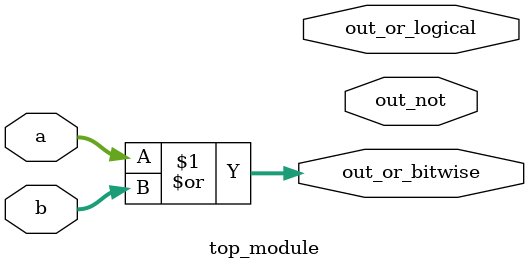
<source format=v>
module top_module( 
    input [2:0] a,
    input [2:0] b,
    output [2:0] out_or_bitwise,
    output out_or_logical,
    output [5:0] out_not
);
    assign out_or_bitwise=a|b;
endmodule

</source>
